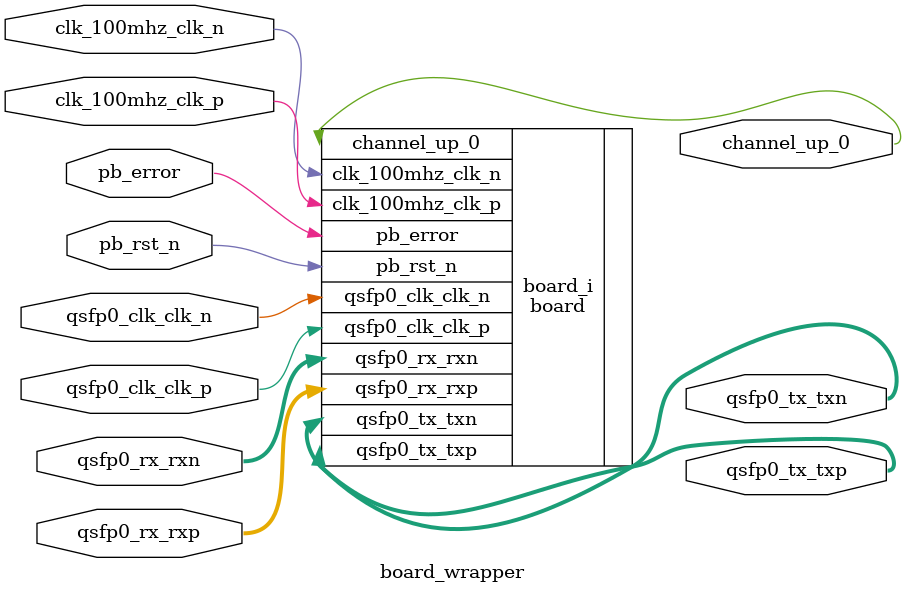
<source format=v>
`timescale 1 ps / 1 ps

module board_wrapper
   (channel_up_0,
    clk_100mhz_clk_n,
    clk_100mhz_clk_p,
    pb_error,
    pb_rst_n,
    qsfp0_clk_clk_n,
    qsfp0_clk_clk_p,
    qsfp0_rx_rxn,
    qsfp0_rx_rxp,
    qsfp0_tx_txn,
    qsfp0_tx_txp);
  output channel_up_0;
  input [0:0]clk_100mhz_clk_n;
  input [0:0]clk_100mhz_clk_p;
  input pb_error;
  input pb_rst_n;
  input qsfp0_clk_clk_n;
  input qsfp0_clk_clk_p;
  input [0:3]qsfp0_rx_rxn;
  input [0:3]qsfp0_rx_rxp;
  output [0:3]qsfp0_tx_txn;
  output [0:3]qsfp0_tx_txp;

  wire channel_up_0;
  wire [0:0]clk_100mhz_clk_n;
  wire [0:0]clk_100mhz_clk_p;
  wire pb_error;
  wire pb_rst_n;
  wire qsfp0_clk_clk_n;
  wire qsfp0_clk_clk_p;
  wire [0:3]qsfp0_rx_rxn;
  wire [0:3]qsfp0_rx_rxp;
  wire [0:3]qsfp0_tx_txn;
  wire [0:3]qsfp0_tx_txp;

  board board_i
       (.channel_up_0(channel_up_0),
        .clk_100mhz_clk_n(clk_100mhz_clk_n),
        .clk_100mhz_clk_p(clk_100mhz_clk_p),
        .pb_error(pb_error),
        .pb_rst_n(pb_rst_n),
        .qsfp0_clk_clk_n(qsfp0_clk_clk_n),
        .qsfp0_clk_clk_p(qsfp0_clk_clk_p),
        .qsfp0_rx_rxn(qsfp0_rx_rxn),
        .qsfp0_rx_rxp(qsfp0_rx_rxp),
        .qsfp0_tx_txn(qsfp0_tx_txn),
        .qsfp0_tx_txp(qsfp0_tx_txp));
endmodule

</source>
